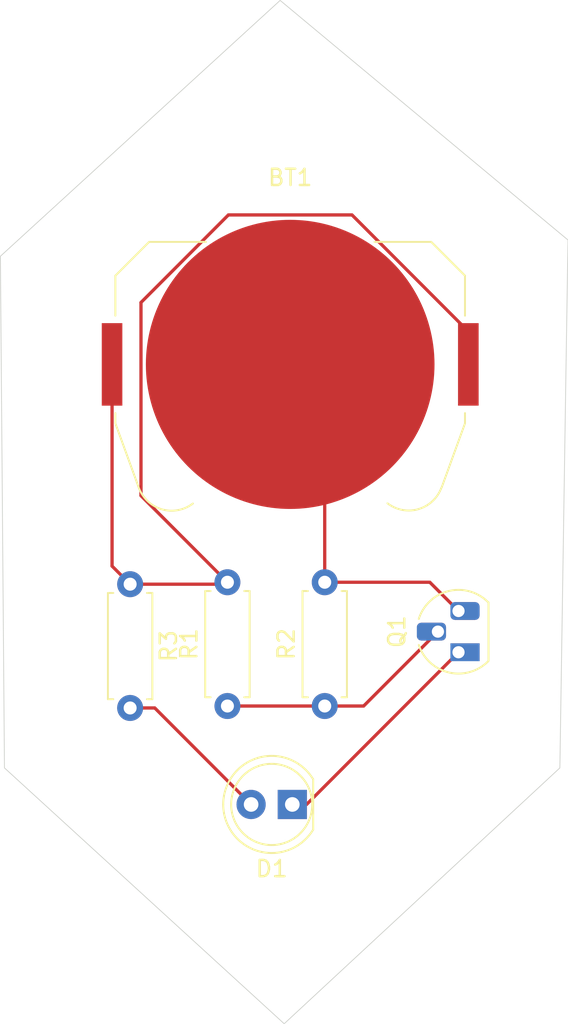
<source format=kicad_pcb>
(kicad_pcb (version 20241229) (generator "pcbnew") (generator_version "9.0")
  (title_block (title "Sequential Lighting") (date "2025-04-27") (rev "1.1.1"))
  (layers (0 "F.Cu" signal) (2 "B.Cu" signal) (13 "F.Paste" user) (15 "B.Paste" user) (5 "F.SilkS" user "F.Silkscreen") (7 "B.SilkS" user "B.Silkscreen") (1 "F.Mask" user) (3 "B.Mask" user) (25 "Edge.Cuts" user))
  (net 0 "")
  (net 1 "Net-(BT1--)")
  (net 2 "Net-(BT1-+)")
  (net 3 "Net-(D1-K)")
  (net 4 "Net-(D1-A)")
  (net 5 "Net-(Q1-B)")
  (footprint "Resistor_THT:R_Axial_DIN0207_L6.3mm_D2.5mm_P7.62mm_Horizontal" (layer "F.Cu") (at 142.25 107.94 -90)
    (property "Reference" "R3" (at 3.81 -2.37 90) (layer "F.SilkS"))
    (property "Value" "220Ω")
    (fp_line (start 0.54 1.37) (end 7.08 1.37) (stroke (width 0.12)) (layer "F.SilkS"))
    (fp_line (start 7.08 1.37) (end 7.08 1.04) (stroke (width 0.12)) (layer "F.SilkS"))
    (fp_line (start 0.54 1.04) (end 0.54 1.37) (stroke (width 0.12)) (layer "F.SilkS"))
    (fp_line (start 0.54 -1.04) (end 0.54 -1.37) (stroke (width 0.12)) (layer "F.SilkS"))
    (fp_line (start 0.54 -1.37) (end 7.08 -1.37) (stroke (width 0.12)) (layer "F.SilkS"))
    (fp_line (start 7.08 -1.37) (end 7.08 -1.04) (stroke (width 0.12)) (layer "F.SilkS"))
    (pad "1" thru_hole circle (at 0 0 270) (size 1.6 1.6) (drill 0.8) (layers "*.Cu" "*.Mask") (net 2 "Net-(BT1-+)"))
    (pad "2" thru_hole oval (at 7.62 0 270) (size 1.6 1.6) (drill 0.8) (layers "*.Cu" "*.Mask") (net 4 "Net-(D1-A)"))
  )
  (footprint "LED_THT:LED_D5.0mm" (layer "F.Cu") (at 152.25 121.5 180)
    (property "Reference" "D1" (at 1.27 -3.96 0) (layer "F.SilkS"))
    (property "Value" "LED")
    (fp_line (start -1.29 -1.545) (end -1.29 1.545) (stroke (width 0.12)) (layer "F.SilkS"))
    (fp_arc (start 4.26 0.000048) (mid 2.071756 2.880501) (end -1.29 1.54483) (stroke (width 0.12)) (layer "F.SilkS"))
    (fp_arc (start -1.29 -1.54483) (mid 2.071756 -2.880501) (end 4.26 -0.000048) (stroke (width 0.12)) (layer "F.SilkS"))
    (fp_circle (center 1.27 0) (end 3.77 0) (stroke (width 0.12)) (fill no) (layer "F.SilkS"))
    (pad "1" thru_hole rect (at 0 0 180) (size 1.8 1.8) (drill 0.9) (layers "*.Cu" "*.Mask") (net 3 "Net-(D1-K)"))
    (pad "2" thru_hole circle (at 2.54 0 180) (size 1.8 1.8) (drill 0.9) (layers "*.Cu" "*.Mask") (net 4 "Net-(D1-A)"))
  )
  (footprint "Battery:BatteryHolder_Keystone_3034_1x20mm" (layer "F.Cu") (at 152.12 94.408075)
    (property "Reference" "BT1" (at 0 -11.5 0) (layer "F.SilkS"))
    (property "Value" "Battery_Cell")
    (fp_line (start -10.78 -5.46) (end -10.78 -3) (stroke (width 0.12)) (layer "F.SilkS"))
    (fp_line (start -10.78 3) (end -10.78 3.63) (stroke (width 0.12)) (layer "F.SilkS"))
    (fp_line (start -10.78 3.63) (end -9.34 7.58) (stroke (width 0.12)) (layer "F.SilkS"))
    (fp_line (start -8.7 -7.54) (end -10.78 -5.46) (stroke (width 0.12)) (layer "F.SilkS"))
    (fp_line (start -5.2 -7.54) (end -8.7 -7.54) (stroke (width 0.12)) (layer "F.SilkS"))
    (fp_line (start 8.7 -7.54) (end 5.2 -7.54) (stroke (width 0.12)) (layer "F.SilkS"))
    (fp_line (start 8.7 -7.54) (end 10.78 -5.46) (stroke (width 0.12)) (layer "F.SilkS"))
    (fp_line (start 10.78 -5.46) (end 10.78 -3) (stroke (width 0.12)) (layer "F.SilkS"))
    (fp_line (start 10.78 3) (end 10.78 3.63) (stroke (width 0.12)) (layer "F.SilkS"))
    (fp_line (start 10.78 3.63) (end 9.34 7.58) (stroke (width 0.12)) (layer "F.SilkS"))
    (fp_arc (start -6.003354 8.56653) (mid -7.921654 8.918738) (end -9.34 7.58) (stroke (width 0.12)) (layer "F.SilkS"))
    (fp_arc (start 9.325243 7.588169) (mid 7.90634 8.911668) (end 6 8.55) (stroke (width 0.12)) (layer "F.SilkS"))
    (pad "1" smd rect (at -10.985 0) (size 1.27 5.08) (layers "F.Cu" "F.Mask" "F.Paste") (net 2 "Net-(BT1-+)"))
    (pad "1" smd rect (at 10.985 0) (size 1.27 5.08) (layers "F.Cu" "F.Mask" "F.Paste") (net 2 "Net-(BT1-+)"))
    (pad "2" smd circle (at 0 0) (size 17.8 17.8) (layers "F.Cu" "F.Mask") (net 1 "Net-(BT1--)"))
  )
  (footprint "Resistor_THT:R_Axial_DIN0207_L6.3mm_D2.5mm_P7.62mm_Horizontal" (layer "F.Cu") (at 148.25 115.44 90)
    (property "Reference" "R1" (at 3.81 -2.37 90) (layer "F.SilkS"))
    (property "Value" "4.7kΩ")
    (fp_line (start 7.08 -1.37) (end 7.08 -1.04) (stroke (width 0.12)) (layer "F.SilkS"))
    (fp_line (start 0.54 -1.37) (end 7.08 -1.37) (stroke (width 0.12)) (layer "F.SilkS"))
    (fp_line (start 0.54 -1.04) (end 0.54 -1.37) (stroke (width 0.12)) (layer "F.SilkS"))
    (fp_line (start 0.54 1.04) (end 0.54 1.37) (stroke (width 0.12)) (layer "F.SilkS"))
    (fp_line (start 7.08 1.37) (end 7.08 1.04) (stroke (width 0.12)) (layer "F.SilkS"))
    (fp_line (start 0.54 1.37) (end 7.08 1.37) (stroke (width 0.12)) (layer "F.SilkS"))
    (pad "1" thru_hole circle (at 0 0 90) (size 1.6 1.6) (drill 0.8) (layers "*.Cu" "*.Mask") (net 5 "Net-(Q1-B)"))
    (pad "2" thru_hole oval (at 7.62 0 90) (size 1.6 1.6) (drill 0.8) (layers "*.Cu" "*.Mask") (net 2 "Net-(BT1-+)"))
  )
  (footprint "Resistor_THT:R_Axial_DIN0207_L6.3mm_D2.5mm_P7.62mm_Horizontal" (layer "F.Cu") (at 154.25 115.44 90)
    (property "Reference" "R2" (at 3.81 -2.37 90) (layer "F.SilkS"))
    (property "Value" "R_Photo")
    (fp_line (start 7.08 -1.37) (end 7.08 -1.04) (stroke (width 0.12)) (layer "F.SilkS"))
    (fp_line (start 0.54 -1.37) (end 7.08 -1.37) (stroke (width 0.12)) (layer "F.SilkS"))
    (fp_line (start 0.54 -1.04) (end 0.54 -1.37) (stroke (width 0.12)) (layer "F.SilkS"))
    (fp_line (start 0.54 1.04) (end 0.54 1.37) (stroke (width 0.12)) (layer "F.SilkS"))
    (fp_line (start 7.08 1.37) (end 7.08 1.04) (stroke (width 0.12)) (layer "F.SilkS"))
    (fp_line (start 0.54 1.37) (end 7.08 1.37) (stroke (width 0.12)) (layer "F.SilkS"))
    (pad "1" thru_hole circle (at 0 0 90) (size 1.6 1.6) (drill 0.8) (layers "*.Cu" "*.Mask") (net 5 "Net-(Q1-B)"))
    (pad "2" thru_hole oval (at 7.62 0 90) (size 1.6 1.6) (drill 0.8) (layers "*.Cu" "*.Mask") (net 1 "Net-(BT1--)"))
  )
  (footprint "Package_TO_SOT_THT:TO-92L_HandSolder" (layer "F.Cu") (at 162.5 112.13 90)
    (property "Reference" "Q1" (at 1.27 -3.8 90) (layer "F.SilkS"))
    (property "Value" "NPN")
    (fp_line (start -0.53 1.85) (end 3.07 1.85) (stroke (width 0.12)) (layer "F.SilkS"))
    (fp_arc (start 2.05 -2.45) (mid 3.769931 -0.601036) (end 3.078445 1.827684) (stroke (width 0.12)) (layer "F.SilkS"))
    (fp_arc (start -0.541453 1.842156) (mid -1.247298 -0.581475) (end 0.45 -2.45) (stroke (width 0.12)) (layer "F.SilkS"))
    (pad "1" thru_hole rect (at 0 0 90) (size 1.1 1.8) (drill 0.75 (offset 0 0.4)) (layers "*.Cu" "*.Mask") (net 3 "Net-(D1-K)"))
    (pad "2" thru_hole roundrect (at 1.27 -1.27 90) (size 1.1 1.8) (drill 0.75 (offset 0 -0.4)) (layers "*.Cu" "*.Mask") (net 5 "Net-(Q1-B)"))
    (pad "3" thru_hole roundrect (at 2.54 0 90) (size 1.1 1.8) (drill 0.75 (offset 0 0.4)) (layers "*.Cu" "*.Mask") (net 1 "Net-(BT1--)"))
  )
  (gr_poly (pts (xy 151.75 135) (xy 168.75 119.25) (xy 169.25 86.75) (xy 151.5 72) (xy 134.25 87.75) (xy 134.5 119.25)) (stroke (width 0.05)) (fill no) (layer "Edge.Cuts"))
  (segment (start 154.25 96.538075) (end 152.12 94.408075) (width 0.2) (layer "F.Cu") (net 1))
  (segment (start 154.25 107.82) (end 154.25 96.538075) (width 0.2) (layer "F.Cu") (net 1))
  (segment (start 162.5 109.59) (end 160.73 107.82) (width 0.2) (layer "F.Cu") (net 1))
  (segment (start 160.73 107.82) (end 154.25 107.82) (width 0.2) (layer "F.Cu") (net 1))
  (segment (start 155.931179 85.207075) (end 163.105 92.380896) (width 0.2) (layer "F.Cu") (net 2))
  (segment (start 163.105 92.380896) (end 163.105 94.408075) (width 0.2) (layer "F.Cu") (net 2))
  (segment (start 142.919 102.489) (end 142.919 90.596896) (width 0.2) (layer "F.Cu") (net 2))
  (segment (start 148.13 107.94) (end 148.25 107.82) (width 0.2) (layer "F.Cu") (net 2))
  (segment (start 142.919 90.596896) (end 148.308821 85.207075) (width 0.2) (layer "F.Cu") (net 2))
  (segment (start 141.135 94.408075) (end 141.135 106.825) (width 0.2) (layer "F.Cu") (net 2))
  (segment (start 148.308821 85.207075) (end 155.931179 85.207075) (width 0.2) (layer "F.Cu") (net 2))
  (segment (start 142.25 107.94) (end 148.13 107.94) (width 0.2) (layer "F.Cu") (net 2))
  (segment (start 148.25 107.82) (end 142.919 102.489) (width 0.2) (layer "F.Cu") (net 2))
  (segment (start 141.135 106.825) (end 142.25 107.94) (width 0.2) (layer "F.Cu") (net 2))
  (segment (start 152.25 121.5) (end 153.13 121.5) (width 0.2) (layer "F.Cu") (net 3))
  (segment (start 153.13 121.5) (end 162.5 112.13) (width 0.2) (layer "F.Cu") (net 3))
  (segment (start 143.77 115.56) (end 149.71 121.5) (width 0.2) (layer "F.Cu") (net 4))
  (segment (start 142.25 115.56) (end 143.77 115.56) (width 0.2) (layer "F.Cu") (net 4))
  (segment (start 148.25 115.44) (end 154.25 115.44) (width 0.2) (layer "F.Cu") (net 5))
  (segment (start 154.25 115.44) (end 156.65 115.44) (width 0.2) (layer "F.Cu") (net 5))
  (segment (start 156.65 115.44) (end 161.23 110.86) (width 0.2) (layer "F.Cu") (net 5))
)
</source>
